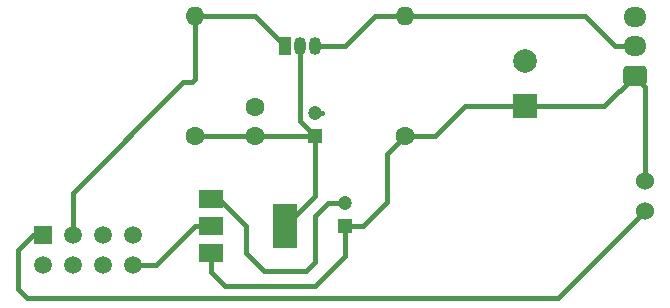
<source format=gbr>
%TF.GenerationSoftware,KiCad,Pcbnew,6.0.6-3a73a75311~116~ubuntu20.04.1*%
%TF.CreationDate,2022-07-17T11:06:13-05:00*%
%TF.ProjectId,esp_ha_integrator,6573705f-6861-45f6-996e-746567726174,rev?*%
%TF.SameCoordinates,Original*%
%TF.FileFunction,Copper,L1,Top*%
%TF.FilePolarity,Positive*%
%FSLAX46Y46*%
G04 Gerber Fmt 4.6, Leading zero omitted, Abs format (unit mm)*
G04 Created by KiCad (PCBNEW 6.0.6-3a73a75311~116~ubuntu20.04.1) date 2022-07-17 11:06:13*
%MOMM*%
%LPD*%
G01*
G04 APERTURE LIST*
G04 Aperture macros list*
%AMRoundRect*
0 Rectangle with rounded corners*
0 $1 Rounding radius*
0 $2 $3 $4 $5 $6 $7 $8 $9 X,Y pos of 4 corners*
0 Add a 4 corners polygon primitive as box body*
4,1,4,$2,$3,$4,$5,$6,$7,$8,$9,$2,$3,0*
0 Add four circle primitives for the rounded corners*
1,1,$1+$1,$2,$3*
1,1,$1+$1,$4,$5*
1,1,$1+$1,$6,$7*
1,1,$1+$1,$8,$9*
0 Add four rect primitives between the rounded corners*
20,1,$1+$1,$2,$3,$4,$5,0*
20,1,$1+$1,$4,$5,$6,$7,0*
20,1,$1+$1,$6,$7,$8,$9,0*
20,1,$1+$1,$8,$9,$2,$3,0*%
G04 Aperture macros list end*
%TA.AperFunction,ComponentPad*%
%ADD10R,1.500000X1.500000*%
%TD*%
%TA.AperFunction,ComponentPad*%
%ADD11C,1.500000*%
%TD*%
%TA.AperFunction,ComponentPad*%
%ADD12RoundRect,0.250000X0.725000X-0.600000X0.725000X0.600000X-0.725000X0.600000X-0.725000X-0.600000X0*%
%TD*%
%TA.AperFunction,ComponentPad*%
%ADD13O,1.950000X1.700000*%
%TD*%
%TA.AperFunction,ComponentPad*%
%ADD14C,1.524000*%
%TD*%
%TA.AperFunction,ComponentPad*%
%ADD15R,1.050000X1.500000*%
%TD*%
%TA.AperFunction,ComponentPad*%
%ADD16O,1.050000X1.500000*%
%TD*%
%TA.AperFunction,ComponentPad*%
%ADD17C,1.600000*%
%TD*%
%TA.AperFunction,ComponentPad*%
%ADD18O,1.600000X1.600000*%
%TD*%
%TA.AperFunction,ComponentPad*%
%ADD19R,1.200000X1.200000*%
%TD*%
%TA.AperFunction,ComponentPad*%
%ADD20C,1.200000*%
%TD*%
%TA.AperFunction,ComponentPad*%
%ADD21R,2.000000X2.000000*%
%TD*%
%TA.AperFunction,ComponentPad*%
%ADD22C,2.000000*%
%TD*%
%TA.AperFunction,SMDPad,CuDef*%
%ADD23R,2.000000X1.500000*%
%TD*%
%TA.AperFunction,SMDPad,CuDef*%
%ADD24R,2.000000X3.800000*%
%TD*%
%TA.AperFunction,Conductor*%
%ADD25C,0.400000*%
%TD*%
G04 APERTURE END LIST*
D10*
%TO.P,U1,1,GND*%
%TO.N,GND*%
X119155000Y-97300000D03*
D11*
%TO.P,U1,2,IO2*%
%TO.N,DataLow*%
X121695000Y-97300000D03*
%TO.P,U1,3,IO0*%
%TO.N,unconnected-(U1-Pad3)*%
X124235000Y-97300000D03*
%TO.P,U1,4,RXD*%
%TO.N,unconnected-(U1-Pad4)*%
X126775000Y-97300000D03*
%TO.P,U1,5,TXD*%
%TO.N,unconnected-(U1-Pad5)*%
X119155000Y-99840000D03*
%TO.P,U1,6,EN*%
%TO.N,unconnected-(U1-Pad6)*%
X121695000Y-99840000D03*
%TO.P,U1,7,~{RST}*%
%TO.N,unconnected-(U1-Pad7)*%
X124235000Y-99840000D03*
%TO.P,U1,8,VCC*%
%TO.N,+3V3*%
X126775000Y-99840000D03*
%TD*%
D12*
%TO.P,J2,1,Pin_1*%
%TO.N,+5V*%
X169270000Y-83780000D03*
D13*
%TO.P,J2,2,Pin_2*%
%TO.N,DataHigh*%
X169270000Y-81280000D03*
%TO.P,J2,3,Pin_3*%
%TO.N,GND*%
X169270000Y-78780000D03*
%TD*%
D14*
%TO.P,J1,1,Pin_1*%
%TO.N,GND*%
X170180000Y-95240000D03*
%TO.P,J1,2,Pin_2*%
%TO.N,+5V*%
X170180000Y-92720000D03*
%TD*%
D15*
%TO.P,Q1,1,S*%
%TO.N,DataLow*%
X139700000Y-81280000D03*
D16*
%TO.P,Q1,2,G*%
%TO.N,+3V3*%
X140970000Y-81280000D03*
%TO.P,Q1,3,D*%
%TO.N,DataHigh*%
X142240000Y-81280000D03*
%TD*%
D17*
%TO.P,R2,1*%
%TO.N,+5V*%
X149860000Y-88900000D03*
D18*
%TO.P,R2,2*%
%TO.N,DataHigh*%
X149860000Y-78740000D03*
%TD*%
D19*
%TO.P,C3,1*%
%TO.N,+5V*%
X144780000Y-96520000D03*
D20*
%TO.P,C3,2*%
%TO.N,GND*%
X144780000Y-94520000D03*
%TD*%
D17*
%TO.P,C1,1*%
%TO.N,+3V3*%
X137120000Y-88900000D03*
%TO.P,C1,2*%
%TO.N,GND*%
X137120000Y-86400000D03*
%TD*%
D19*
%TO.P,C2,1*%
%TO.N,+3V3*%
X142240000Y-88900000D03*
D20*
%TO.P,C2,2*%
%TO.N,GND*%
X142240000Y-86900000D03*
%TD*%
D21*
%TO.P,C4,1*%
%TO.N,+5V*%
X160020000Y-86360000D03*
D22*
%TO.P,C4,2*%
%TO.N,GND*%
X160020000Y-82560000D03*
%TD*%
D17*
%TO.P,R1,1*%
%TO.N,+3V3*%
X132080000Y-88900000D03*
D18*
%TO.P,R1,2*%
%TO.N,DataLow*%
X132080000Y-78740000D03*
%TD*%
D23*
%TO.P,U2,1,GND*%
%TO.N,GND*%
X133400000Y-94220000D03*
%TO.P,U2,2,VO*%
%TO.N,+3V3*%
X133400000Y-96520000D03*
D24*
X139700000Y-96520000D03*
D23*
%TO.P,U2,3,VI*%
%TO.N,+5V*%
X133400000Y-98820000D03*
%TD*%
D25*
%TO.N,+3V3*%
X137120000Y-88900000D02*
X132080000Y-88900000D01*
X140970000Y-82550000D02*
X140970000Y-87630000D01*
X128760000Y-99840000D02*
X126775000Y-99840000D01*
X132080000Y-96520000D02*
X128760000Y-99840000D01*
X142240000Y-88900000D02*
X137120000Y-88900000D01*
X142240000Y-93980000D02*
X139700000Y-96520000D01*
X142240000Y-88900000D02*
X142240000Y-93980000D01*
X140970000Y-81280000D02*
X140970000Y-82550000D01*
X140970000Y-87630000D02*
X142240000Y-88900000D01*
X133400000Y-96520000D02*
X132080000Y-96520000D01*
%TO.N,GND*%
X118346000Y-97300000D02*
X117094000Y-98552000D01*
X137922000Y-100330000D02*
X141478000Y-100330000D01*
X142240000Y-95631000D02*
X143351000Y-94520000D01*
X134098000Y-94220000D02*
X136398000Y-96520000D01*
X117094000Y-98552000D02*
X117094000Y-101854000D01*
X117856000Y-102616000D02*
X162804000Y-102616000D01*
X133400000Y-94220000D02*
X134098000Y-94220000D01*
X143351000Y-94520000D02*
X144780000Y-94520000D01*
X136398000Y-96520000D02*
X136398000Y-98806000D01*
X141478000Y-100330000D02*
X142240000Y-99568000D01*
X142240000Y-86900000D02*
X142780000Y-86900000D01*
X117094000Y-101854000D02*
X117856000Y-102616000D01*
X136398000Y-98806000D02*
X137922000Y-100330000D01*
X119155000Y-97300000D02*
X118346000Y-97300000D01*
X142240000Y-99568000D02*
X142240000Y-95631000D01*
X162804000Y-102616000D02*
X170180000Y-95240000D01*
%TO.N,DataHigh*%
X142240000Y-81280000D02*
X144780000Y-81280000D01*
X167640000Y-81280000D02*
X165100000Y-78740000D01*
X165100000Y-78740000D02*
X149860000Y-78740000D01*
X169270000Y-81280000D02*
X167640000Y-81280000D01*
X147320000Y-78740000D02*
X149860000Y-78740000D01*
X144780000Y-81280000D02*
X147320000Y-78740000D01*
%TO.N,DataLow*%
X131064000Y-84328000D02*
X131826000Y-84328000D01*
X132080000Y-84074000D02*
X132080000Y-78740000D01*
X139700000Y-81280000D02*
X137160000Y-78740000D01*
X131826000Y-84328000D02*
X132080000Y-84074000D01*
X137160000Y-78740000D02*
X132080000Y-78740000D01*
X121695000Y-93697000D02*
X131064000Y-84328000D01*
X121695000Y-97300000D02*
X121695000Y-93697000D01*
%TO.N,+5V*%
X166690000Y-86360000D02*
X160020000Y-86360000D01*
X169270000Y-83780000D02*
X170180000Y-84690000D01*
X169270000Y-83780000D02*
X166690000Y-86360000D01*
X146304000Y-96520000D02*
X148336000Y-94488000D01*
X154940000Y-86360000D02*
X160020000Y-86360000D01*
X152400000Y-88900000D02*
X154940000Y-86360000D01*
X170180000Y-84690000D02*
X170180000Y-92720000D01*
X144780000Y-96520000D02*
X146304000Y-96520000D01*
X149860000Y-88900000D02*
X152400000Y-88900000D01*
X144780000Y-99060000D02*
X142240000Y-101600000D01*
X144780000Y-96520000D02*
X144780000Y-99060000D01*
X134620000Y-101600000D02*
X133400000Y-100380000D01*
X148336000Y-90424000D02*
X149860000Y-88900000D01*
X133400000Y-100380000D02*
X133400000Y-98820000D01*
X142240000Y-101600000D02*
X134620000Y-101600000D01*
X148336000Y-94488000D02*
X148336000Y-90424000D01*
%TD*%
M02*

</source>
